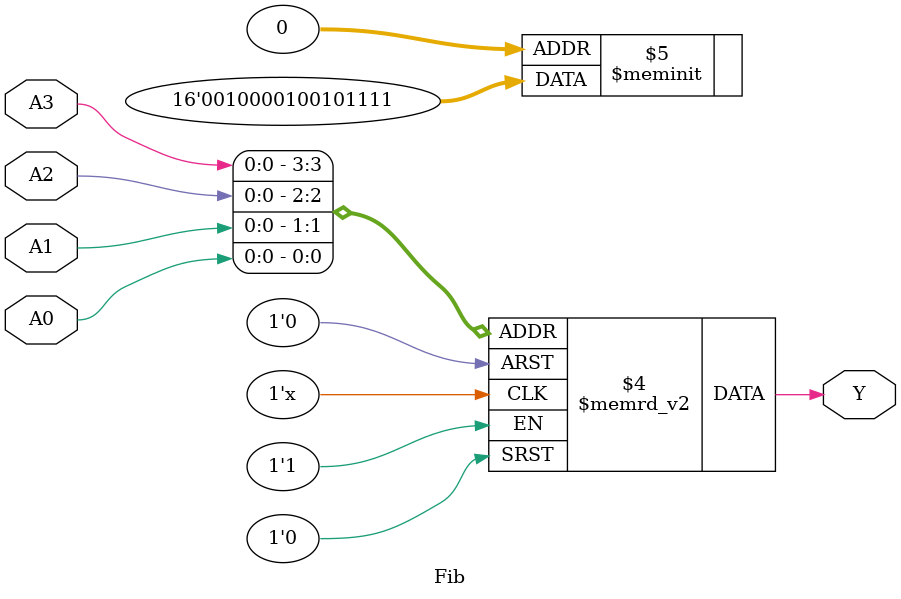
<source format=v>

module Fib(A3, A2, A1, A0, Y);  // defined input and output
input A3, A2, A1, A0;
output reg Y;
always @(A3, A2, A1, A0)
begin
case ({A3, A2, A1, A0})   // test cases for these 4 bits
4'd0 : Y = 1'b1;   // if 4 bit number 0, then output 1 bit 1
4'd1 : Y = 1'b1;   // if 4 bit number 1, then output 1 bit 1
4'd2 : Y = 1'b1;
4'd3 : Y = 1'b1;
4'd4 : Y = 1'b0;   // if 4 bit number 4, then output 1 bit 0, means it is not fibo number
4'd5 : Y = 1'b1;
4'd6 : Y = 1'b0;
4'd7 : Y = 1'b0;
4'd8 : Y = 1'b1;
4'd9 : Y = 1'b0;
4'd10 : Y = 1'b0;
4'd11 : Y = 1'b0;
4'd12 : Y = 1'b0;
4'd13 : Y = 1'b1;
4'd14 : Y = 1'b0;
4'd15 : Y = 1'b0;
default : Y = 1'b0;
endcase
end
endmodule

</source>
